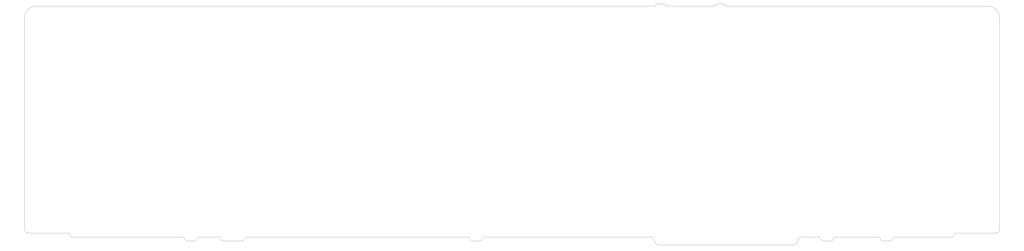
<source format=gbr>
%TF.GenerationSoftware,KiCad,Pcbnew,(6.0.0)*%
%TF.CreationDate,2022-10-19T16:47:05-05:00*%
%TF.ProjectId,Phidias-F072-pcb,50686964-6961-4732-9d46-3037322d7063,rev?*%
%TF.SameCoordinates,Original*%
%TF.FileFunction,Profile,NP*%
%FSLAX46Y46*%
G04 Gerber Fmt 4.6, Leading zero omitted, Abs format (unit mm)*
G04 Created by KiCad (PCBNEW (6.0.0)) date 2022-10-19 16:47:05*
%MOMM*%
%LPD*%
G01*
G04 APERTURE LIST*
%TA.AperFunction,Profile*%
%ADD10C,0.100000*%
%TD*%
G04 APERTURE END LIST*
D10*
X334962500Y-122237500D02*
G75*
G03*
X333375000Y-123825000I0J-1587500D01*
G01*
X93662500Y-122237500D02*
G75*
G03*
X92868750Y-123031250I0J-793750D01*
G01*
X112712500Y-122237500D02*
X201612500Y-122237500D01*
X276225000Y-123825000D02*
G75*
G03*
X274637500Y-122237500I-1587500J0D01*
G01*
X346868750Y-123825000D02*
G75*
G03*
X347662500Y-123031250I0J793750D01*
G01*
X202406250Y-123031250D02*
G75*
G03*
X201612500Y-122237500I-793750J0D01*
G01*
X276225000Y-123825000D02*
G75*
G03*
X277812500Y-125412500I1587500J0D01*
G01*
X366712500Y-123031250D02*
G75*
G03*
X367506250Y-123825000I793750J0D01*
G01*
X88900000Y-123825000D02*
X92075000Y-123825000D01*
X28575000Y-29368750D02*
G75*
G03*
X23812500Y-34131250I0J-4762500D01*
G01*
X300037500Y-29368750D02*
X280987500Y-29368750D01*
X42862500Y-122237500D02*
X87312500Y-122237500D01*
X396875000Y-120650000D02*
G75*
G03*
X396081250Y-121443750I0J-793750D01*
G01*
X23812500Y-119062500D02*
G75*
G03*
X25400000Y-120650000I1587500J0D01*
G01*
X372268750Y-122237500D02*
G75*
G03*
X371475000Y-123031250I0J-793750D01*
G01*
X88106250Y-123031250D02*
G75*
G03*
X87312500Y-122237500I-793750J0D01*
G01*
X395287500Y-122237500D02*
G75*
G03*
X396081250Y-121443750I0J793750D01*
G01*
X111125000Y-123825000D02*
G75*
G03*
X111918750Y-123031250I0J793750D01*
G01*
X103187500Y-123825000D02*
X111125000Y-123825000D01*
X92075000Y-123825000D02*
G75*
G03*
X92868750Y-123031250I0J793750D01*
G01*
X414337500Y-34131250D02*
G75*
G03*
X409575000Y-29368750I-4762500J0D01*
G01*
X414337500Y-119062500D02*
X414337500Y-34131250D01*
X102393750Y-123031250D02*
G75*
G03*
X103187500Y-123825000I793750J0D01*
G01*
X331787500Y-125412500D02*
G75*
G03*
X333375000Y-123825000I0J1587500D01*
G01*
X396875000Y-120650000D02*
X412750000Y-120650000D01*
X304800000Y-29368750D02*
G75*
G03*
X300037500Y-29368750I-2381250J-2381250D01*
G01*
X366712500Y-123031250D02*
G75*
G03*
X365918750Y-122237500I-793750J0D01*
G01*
X276225000Y-29368750D02*
X28575000Y-29368750D01*
X304800000Y-29368750D02*
X409575000Y-29368750D01*
X334962500Y-122237500D02*
X342106250Y-122237500D01*
X203200000Y-123825000D02*
X206375000Y-123825000D01*
X202406250Y-123031250D02*
G75*
G03*
X203200000Y-123825000I793750J0D01*
G01*
X370681250Y-123825000D02*
G75*
G03*
X371475000Y-123031250I0J793750D01*
G01*
X93662500Y-122237500D02*
X101600000Y-122237500D01*
X23812500Y-34131250D02*
X23812500Y-119062500D01*
X342900000Y-123031250D02*
G75*
G03*
X343693750Y-123825000I793750J0D01*
G01*
X343693750Y-123825000D02*
X346868750Y-123825000D01*
X372268750Y-122237500D02*
X395287500Y-122237500D01*
X207962500Y-122237500D02*
G75*
G03*
X207168750Y-123031250I0J-793750D01*
G01*
X367506250Y-123825000D02*
X370681250Y-123825000D01*
X25400000Y-120650000D02*
X41275000Y-120650000D01*
X207962500Y-122237500D02*
X274637500Y-122237500D01*
X280987500Y-29368750D02*
G75*
G03*
X276225000Y-29368750I-2381250J-2381250D01*
G01*
X42068750Y-121443750D02*
G75*
G03*
X42862500Y-122237500I793750J0D01*
G01*
X102393750Y-123031250D02*
G75*
G03*
X101600000Y-122237500I-793750J0D01*
G01*
X342900000Y-123031250D02*
G75*
G03*
X342106250Y-122237500I-793750J0D01*
G01*
X42068750Y-121443750D02*
G75*
G03*
X41275000Y-120650000I-793750J0D01*
G01*
X206375000Y-123825000D02*
G75*
G03*
X207168750Y-123031250I0J793750D01*
G01*
X88106250Y-123031250D02*
G75*
G03*
X88900000Y-123825000I793750J0D01*
G01*
X348456250Y-122237500D02*
X365918750Y-122237500D01*
X348456250Y-122237500D02*
G75*
G03*
X347662500Y-123031250I0J-793750D01*
G01*
X112712500Y-122237500D02*
G75*
G03*
X111918750Y-123031250I0J-793750D01*
G01*
X412750000Y-120650000D02*
G75*
G03*
X414337500Y-119062500I0J1587500D01*
G01*
X277812500Y-125412500D02*
X331787500Y-125412500D01*
M02*

</source>
